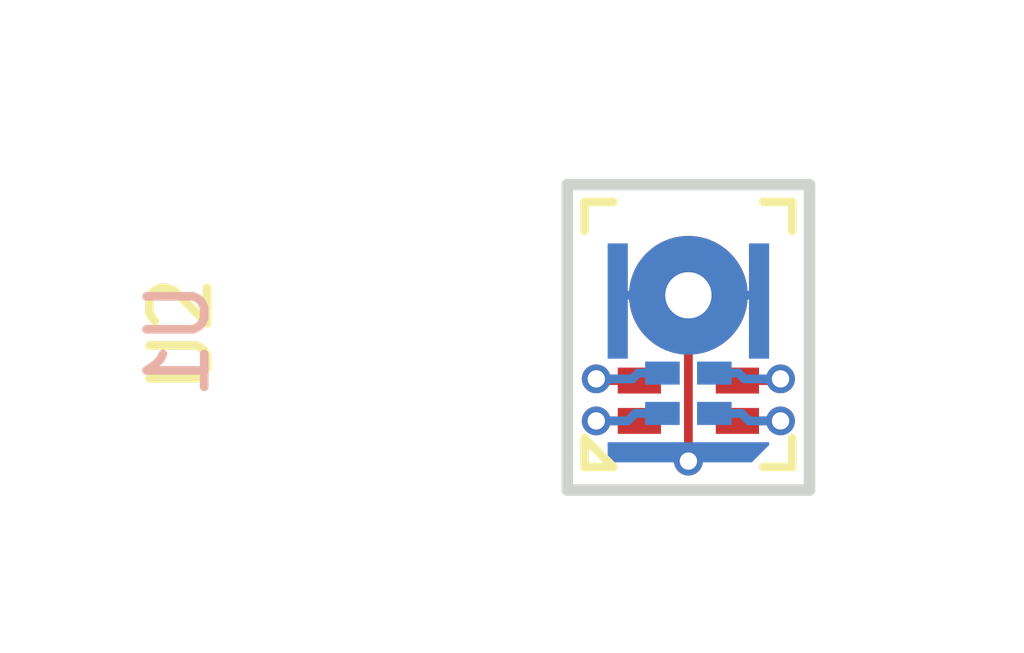
<source format=kicad_pcb>
(kicad_pcb (version 20171130) (host pcbnew 5.0.2-bee76a0~70~ubuntu18.04.1)

  (general
    (thickness 0.6)
    (drawings 6)
    (tracks 29)
    (zones 0)
    (modules 2)
    (nets 6)
  )

  (page A4)
  (layers
    (0 F.Cu signal)
    (31 B.Cu signal)
    (32 B.Adhes user)
    (33 F.Adhes user)
    (34 B.Paste user)
    (35 F.Paste user)
    (36 B.SilkS user)
    (37 F.SilkS user)
    (38 B.Mask user)
    (39 F.Mask user)
    (40 Dwgs.User user)
    (41 Cmts.User user)
    (42 Eco1.User user)
    (43 Eco2.User user)
    (44 Edge.Cuts user)
    (45 Margin user)
    (46 B.CrtYd user)
    (47 F.CrtYd user)
    (48 B.Fab user)
    (49 F.Fab user)
  )

  (setup
    (last_trace_width 0.1524)
    (trace_clearance 0.1524)
    (zone_clearance 0.508)
    (zone_45_only no)
    (trace_min 0.1524)
    (segment_width 0.2)
    (edge_width 0.15)
    (via_size 0.5)
    (via_drill 0.3)
    (via_min_size 0.4)
    (via_min_drill 0.3)
    (uvia_size 0.3)
    (uvia_drill 0.1)
    (uvias_allowed no)
    (uvia_min_size 0.2)
    (uvia_min_drill 0.1)
    (pcb_text_width 0.3)
    (pcb_text_size 1.5 1.5)
    (mod_edge_width 0.15)
    (mod_text_size 1 1)
    (mod_text_width 0.15)
    (pad_size 0.45 0.75)
    (pad_drill 0)
    (pad_to_mask_clearance 0.0508)
    (solder_mask_min_width 0.25)
    (pad_to_paste_clearance -0.0762)
    (aux_axis_origin 150 90.1)
    (grid_origin 150 90.1)
    (visible_elements FFFFFF7F)
    (pcbplotparams
      (layerselection 0x010fc_ffffffff)
      (usegerberextensions false)
      (usegerberattributes false)
      (usegerberadvancedattributes false)
      (creategerberjobfile false)
      (excludeedgelayer true)
      (linewidth 0.100000)
      (plotframeref false)
      (viasonmask false)
      (mode 1)
      (useauxorigin false)
      (hpglpennumber 1)
      (hpglpenspeed 20)
      (hpglpendiameter 15.000000)
      (psnegative false)
      (psa4output false)
      (plotreference true)
      (plotvalue true)
      (plotinvisibletext false)
      (padsonsilk false)
      (subtractmaskfromsilk false)
      (outputformat 1)
      (mirror false)
      (drillshape 1)
      (scaleselection 1)
      (outputdirectory ""))
  )

  (net 0 "")
  (net 1 "Net-(U1-Pad2)")
  (net 2 "Net-(U1-Pad4)")
  (net 3 "Net-(U1-Pad3)")
  (net 4 "Net-(U1-Pad1)")
  (net 5 GND)

  (net_class Default "This is the default net class."
    (clearance 0.1524)
    (trace_width 0.1524)
    (via_dia 0.5)
    (via_drill 0.3)
    (uvia_dia 0.3)
    (uvia_drill 0.1)
    (add_net GND)
    (add_net "Net-(U1-Pad1)")
    (add_net "Net-(U1-Pad2)")
    (add_net "Net-(U1-Pad3)")
    (add_net "Net-(U1-Pad4)")
  )

  (module Roboy_mod:IM69D130_Simic_uPhone (layer F.Cu) (tedit 5A98693D) (tstamp 5C1210C9)
    (at 152.1 87.4 90)
    (path /5C05A438)
    (fp_text reference U2 (at 0 -8.8 90) (layer F.SilkS)
      (effects (font (size 1 1) (thickness 0.15)))
    )
    (fp_text value Simic_Infineon (at 0.25 -8.95 90) (layer F.Fab)
      (effects (font (size 1 1) (thickness 0.15)))
    )
    (fp_line (start -2.3 -1.3) (end -1.8 -1.8) (layer F.SilkS) (width 0.15))
    (fp_line (start -2.3 1.8) (end -2.3 1.3) (layer F.SilkS) (width 0.15))
    (fp_line (start -2.3 1.8) (end -1.8 1.8) (layer F.SilkS) (width 0.15))
    (fp_line (start 2.3 1.8) (end 1.8 1.8) (layer F.SilkS) (width 0.15))
    (fp_line (start 2.3 1.8) (end 2.3 1.3) (layer F.SilkS) (width 0.15))
    (fp_line (start 2.3 -1.8) (end 2.3 -1.3) (layer F.SilkS) (width 0.15))
    (fp_line (start 2.3 -1.8) (end 1.8 -1.8) (layer F.SilkS) (width 0.15))
    (fp_line (start -2.3 -1.3) (end -2.3 -1.8) (layer F.SilkS) (width 0.15))
    (fp_line (start -2.3 -1.8) (end -1.8 -1.8) (layer F.SilkS) (width 0.15))
    (fp_line (start -2.2 -1.7) (end 2.2 -1.7) (layer F.CrtYd) (width 0.15))
    (fp_line (start 2.2 -1.7) (end 2.2 1.7) (layer F.CrtYd) (width 0.15))
    (fp_line (start 2.2 1.7) (end -2.2 1.7) (layer F.CrtYd) (width 0.15))
    (fp_line (start -2.2 1.7) (end -2.2 -1.7) (layer F.CrtYd) (width 0.15))
    (fp_line (start -2 -1.5) (end 2 -1.5) (layer F.Fab) (width 0.15))
    (fp_line (start 2 -1.5) (end 2 1.5) (layer F.Fab) (width 0.15))
    (fp_line (start 2 1.5) (end -2 1.5) (layer F.Fab) (width 0.15))
    (fp_line (start -2 1.5) (end -2 -1.5) (layer F.Fab) (width 0.15))
    (fp_arc (start 0.68 0) (end 0.2775 -0.69715) (angle 20) (layer F.Paste) (width 0.45))
    (fp_arc (start 0.68 0) (end 1.0825 -0.69715) (angle 20) (layer F.Paste) (width 0.45))
    (fp_arc (start 0.68 0) (end 1.485 0) (angle 20) (layer F.Paste) (width 0.45))
    (fp_arc (start 0.68 0) (end 1.0825 0.69715) (angle 20) (layer F.Paste) (width 0.45))
    (fp_arc (start 0.68 0) (end 0.2775 0.69715) (angle 20) (layer F.Paste) (width 0.45))
    (fp_arc (start 0.68 0) (end -0.125 0) (angle 20) (layer F.Paste) (width 0.45))
    (fp_circle (center 0.68 0) (end -0.125 0) (layer F.Mask) (width 0.45))
    (pad 2 smd rect (at -0.8 -0.85 90) (size 0.45 0.75) (layers F.Cu F.Paste F.Mask)
      (net 3 "Net-(U1-Pad3)"))
    (pad 4 smd rect (at -0.8 0.85 90) (size 0.45 0.75) (layers F.Cu F.Paste F.Mask)
      (net 1 "Net-(U1-Pad2)"))
    (pad 3 smd rect (at -1.5 0.85 90) (size 0.45 0.75) (layers F.Cu F.Paste F.Mask)
      (net 4 "Net-(U1-Pad1)"))
    (pad 1 smd rect (at -1.5 -0.85 90) (size 0.45 0.75) (layers F.Cu F.Paste F.Mask)
      (net 2 "Net-(U1-Pad4)"))
    (pad 5 thru_hole circle (at 0.68 0 90) (size 2.06 2.06) (drill 0.8) (layers F.Cu)
      (net 5 GND) (zone_connect 0))
  )

  (module Roboy_mod:MP34DB02_chip_side_nocage (layer B.Cu) (tedit 5C080416) (tstamp 5C144B16)
    (at 152.1 87.72 90)
    (path /5C074418)
    (fp_text reference U1 (at 0.22 -8.85 90) (layer B.SilkS)
      (effects (font (size 1 1) (thickness 0.15)) (justify mirror))
    )
    (fp_text value MP34DB02 (at 0.42 -8.9 90) (layer B.Fab)
      (effects (font (size 1 1) (thickness 0.15)) (justify mirror))
    )
    (fp_line (start -2.2 -1.7) (end -2.2 1.7) (layer B.CrtYd) (width 0.15))
    (fp_line (start 2.2 -1.7) (end -2.2 -1.7) (layer B.CrtYd) (width 0.15))
    (fp_line (start 2.2 1.7) (end 2.2 -1.7) (layer B.CrtYd) (width 0.15))
    (fp_line (start -2.2 1.7) (end 2.2 1.7) (layer B.CrtYd) (width 0.15))
    (fp_circle (center 1 0) (end 1.7 0) (layer B.Mask) (width 0.3))
    (fp_line (start -2 -1.5) (end -2 1.5) (layer B.Fab) (width 0.15))
    (fp_line (start 2 -1.5) (end -2 -1.5) (layer B.Fab) (width 0.15))
    (fp_line (start 2 1.5) (end 2 -1.5) (layer B.Fab) (width 0.15))
    (fp_line (start -2 1.5) (end 2 1.5) (layer B.Fab) (width 0.15))
    (pad 5 smd rect (at 0.9 -1.225 90) (size 2 0.35) (layers B.Cu B.Paste B.Mask)
      (net 5 GND))
    (pad 5 smd rect (at 0.9 1.225 90) (size 2 0.35) (layers B.Cu B.Paste B.Mask)
      (net 5 GND))
    (pad 5 smd custom (at -1.725 -0.175 90) (size 0.35 2.45) (layers B.Cu B.Paste B.Mask)
      (net 5 GND) (zone_connect 0)
      (options (clearance outline) (anchor rect))
      (primitives
        (gr_poly (pts
           (xy -0.175 1.225) (xy 0.175 1.225) (xy 0.175 1.575) (xy 0.125 1.575) (xy -0.175 1.275)
) (width 0))
      ))
    (pad 5 thru_hole circle (at 1 0 90) (size 1.7 1.7) (drill 0.8) (layers B.Cu)
      (net 5 GND))
    (pad 3 smd rect (at -0.35 -0.45 90) (size 0.4 0.6) (layers B.Cu B.Paste B.Mask)
      (net 3 "Net-(U1-Pad3)"))
    (pad 2 smd rect (at -0.35 0.45 90) (size 0.4 0.6) (layers B.Cu B.Paste B.Mask)
      (net 1 "Net-(U1-Pad2)"))
    (pad 4 smd rect (at -1.05 -0.45 90) (size 0.4 0.6) (layers B.Cu B.Paste B.Mask)
      (net 2 "Net-(U1-Pad4)"))
    (pad 1 smd rect (at -1.05 0.45 90) (size 0.4 0.6) (layers B.Cu B.Paste B.Mask)
      (net 4 "Net-(U1-Pad1)"))
  )

  (dimension 5.3 (width 0.3) (layer Cmts.User)
    (gr_text "5.300 mm" (at 145.7 87.45 90) (layer Cmts.User)
      (effects (font (size 1.5 1.5) (thickness 0.3)))
    )
    (feature1 (pts (xy 150 84.8) (xy 147.213579 84.8)))
    (feature2 (pts (xy 150 90.1) (xy 147.213579 90.1)))
    (crossbar (pts (xy 147.8 90.1) (xy 147.8 84.8)))
    (arrow1a (pts (xy 147.8 84.8) (xy 148.386421 85.926504)))
    (arrow1b (pts (xy 147.8 84.8) (xy 147.213579 85.926504)))
    (arrow2a (pts (xy 147.8 90.1) (xy 148.386421 88.973496)))
    (arrow2b (pts (xy 147.8 90.1) (xy 147.213579 88.973496)))
  )
  (dimension 4.2 (width 0.3) (layer Cmts.User)
    (gr_text "4.200 mm" (at 152.1 94.3) (layer Cmts.User)
      (effects (font (size 1.5 1.5) (thickness 0.3)))
    )
    (feature1 (pts (xy 154.2 90.1) (xy 154.2 92.786421)))
    (feature2 (pts (xy 150 90.1) (xy 150 92.786421)))
    (crossbar (pts (xy 150 92.2) (xy 154.2 92.2)))
    (arrow1a (pts (xy 154.2 92.2) (xy 153.073496 92.786421)))
    (arrow1b (pts (xy 154.2 92.2) (xy 153.073496 91.613579)))
    (arrow2a (pts (xy 150 92.2) (xy 151.126504 92.786421)))
    (arrow2b (pts (xy 150 92.2) (xy 151.126504 91.613579)))
  )
  (gr_line (start 150 84.8) (end 150 90.1) (layer Edge.Cuts) (width 0.2))
  (gr_line (start 154.2 84.8) (end 150 84.8) (layer Edge.Cuts) (width 0.2))
  (gr_line (start 154.2 90.1) (end 154.2 84.8) (layer Edge.Cuts) (width 0.2))
  (gr_line (start 150 90.1) (end 154.2 90.1) (layer Edge.Cuts) (width 0.2) (tstamp 5C07DA24))

  (via (at 153.697599 88.170558) (size 0.5) (drill 0.3) (layers F.Cu B.Cu) (net 1))
  (segment (start 152.95 88.2) (end 153.668157 88.2) (width 0.1524) (layer F.Cu) (net 1))
  (segment (start 153.668157 88.2) (end 153.697599 88.170558) (width 0.1524) (layer F.Cu) (net 1))
  (segment (start 153.597041 88.07) (end 153.697599 88.170558) (width 0.1524) (layer B.Cu) (net 1))
  (segment (start 152.97 88.07) (end 152.55 88.07) (width 0.1524) (layer B.Cu) (net 1))
  (segment (start 153.697599 88.170558) (end 153.070558 88.170558) (width 0.1524) (layer B.Cu) (net 1))
  (segment (start 153.070558 88.170558) (end 152.97 88.07) (width 0.1524) (layer B.Cu) (net 1))
  (via (at 150.5024 88.9) (size 0.5) (drill 0.3) (layers F.Cu B.Cu) (net 2))
  (segment (start 151.25 88.9) (end 150.5024 88.9) (width 0.1524) (layer F.Cu) (net 2))
  (segment (start 150.5024 88.9) (end 151.05 88.9) (width 0.1524) (layer B.Cu) (net 2))
  (segment (start 151.18 88.77) (end 151.65 88.77) (width 0.1524) (layer B.Cu) (net 2))
  (segment (start 151.05 88.9) (end 151.18 88.77) (width 0.1524) (layer B.Cu) (net 2))
  (via (at 150.502418 88.170566) (size 0.5) (drill 0.3) (layers F.Cu B.Cu) (net 3))
  (segment (start 151.25 88.2) (end 150.531852 88.2) (width 0.1524) (layer F.Cu) (net 3))
  (segment (start 150.531852 88.2) (end 150.502418 88.170566) (width 0.1524) (layer F.Cu) (net 3))
  (segment (start 151.23 88.07) (end 151.65 88.07) (width 0.1524) (layer B.Cu) (net 3))
  (segment (start 150.502418 88.170566) (end 151.129434 88.170566) (width 0.1524) (layer B.Cu) (net 3))
  (segment (start 151.129434 88.170566) (end 151.23 88.07) (width 0.1524) (layer B.Cu) (net 3))
  (via (at 153.6976 88.9) (size 0.5) (drill 0.3) (layers F.Cu B.Cu) (net 4))
  (segment (start 152.95 88.9) (end 153.6976 88.9) (width 0.1524) (layer F.Cu) (net 4))
  (segment (start 153.02 88.77) (end 152.55 88.77) (width 0.1524) (layer B.Cu) (net 4))
  (segment (start 153.6976 88.9) (end 153.15 88.9) (width 0.1524) (layer B.Cu) (net 4))
  (segment (start 153.15 88.9) (end 153.02 88.77) (width 0.1524) (layer B.Cu) (net 4))
  (segment (start 153.225 86.72) (end 153.325 86.82) (width 0.1524) (layer B.Cu) (net 5))
  (segment (start 152.1 86.72) (end 153.225 86.72) (width 0.1524) (layer B.Cu) (net 5))
  (segment (start 150.975 86.72) (end 150.875 86.82) (width 0.1524) (layer B.Cu) (net 5))
  (segment (start 152.1 86.72) (end 150.975 86.72) (width 0.1524) (layer B.Cu) (net 5))
  (via (at 152.1 89.5976) (size 0.5) (drill 0.3) (layers F.Cu B.Cu) (net 5))
  (segment (start 152.1 86.72) (end 152.1 89.5976) (width 0.1524) (layer F.Cu) (net 5))

)

</source>
